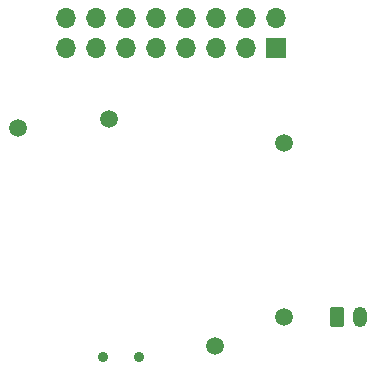
<source format=gbr>
%TF.GenerationSoftware,KiCad,Pcbnew,8.0.1*%
%TF.CreationDate,2024-03-24T23:22:49+02:00*%
%TF.ProjectId,EEE3088F_2024_Group_52_Power,45454533-3038-4384-965f-323032345f47,rev?*%
%TF.SameCoordinates,Original*%
%TF.FileFunction,Soldermask,Bot*%
%TF.FilePolarity,Negative*%
%FSLAX46Y46*%
G04 Gerber Fmt 4.6, Leading zero omitted, Abs format (unit mm)*
G04 Created by KiCad (PCBNEW 8.0.1) date 2024-03-24 23:22:49*
%MOMM*%
%LPD*%
G01*
G04 APERTURE LIST*
G04 Aperture macros list*
%AMRoundRect*
0 Rectangle with rounded corners*
0 $1 Rounding radius*
0 $2 $3 $4 $5 $6 $7 $8 $9 X,Y pos of 4 corners*
0 Add a 4 corners polygon primitive as box body*
4,1,4,$2,$3,$4,$5,$6,$7,$8,$9,$2,$3,0*
0 Add four circle primitives for the rounded corners*
1,1,$1+$1,$2,$3*
1,1,$1+$1,$4,$5*
1,1,$1+$1,$6,$7*
1,1,$1+$1,$8,$9*
0 Add four rect primitives between the rounded corners*
20,1,$1+$1,$2,$3,$4,$5,0*
20,1,$1+$1,$4,$5,$6,$7,0*
20,1,$1+$1,$6,$7,$8,$9,0*
20,1,$1+$1,$8,$9,$2,$3,0*%
G04 Aperture macros list end*
%ADD10O,1.700000X1.700000*%
%ADD11R,1.700000X1.700000*%
%ADD12RoundRect,0.250000X-0.350000X-0.625000X0.350000X-0.625000X0.350000X0.625000X-0.350000X0.625000X0*%
%ADD13O,1.200000X1.750000*%
%ADD14C,1.500000*%
%ADD15C,0.900000*%
G04 APERTURE END LIST*
D10*
%TO.C,J1*%
X116095000Y-23735000D03*
X116095000Y-26275000D03*
X118635000Y-23735000D03*
X118635000Y-26275000D03*
X121175000Y-23735000D03*
X121175000Y-26275000D03*
X123715000Y-23735000D03*
X123715000Y-26275000D03*
X126255000Y-23735000D03*
X126255000Y-26275000D03*
X128795000Y-23735000D03*
X128795000Y-26275000D03*
X131335000Y-23735000D03*
X131335000Y-26275000D03*
X133875000Y-23735000D03*
D11*
X133875000Y-26275000D03*
%TD*%
D12*
%TO.C,J2*%
X139000000Y-49000000D03*
D13*
X141000000Y-49000000D03*
%TD*%
D14*
%TO.C,TP16*%
X134500000Y-49000000D03*
%TD*%
%TO.C,TP13*%
X134560000Y-34334000D03*
%TD*%
%TO.C,TP4*%
X128736000Y-51500000D03*
%TD*%
%TO.C,TP2*%
X112000000Y-33000000D03*
%TD*%
%TO.C,TP1*%
X119750000Y-32250000D03*
%TD*%
D15*
%TO.C,SW1*%
X122250000Y-52400000D03*
X119250000Y-52400000D03*
%TD*%
M02*

</source>
